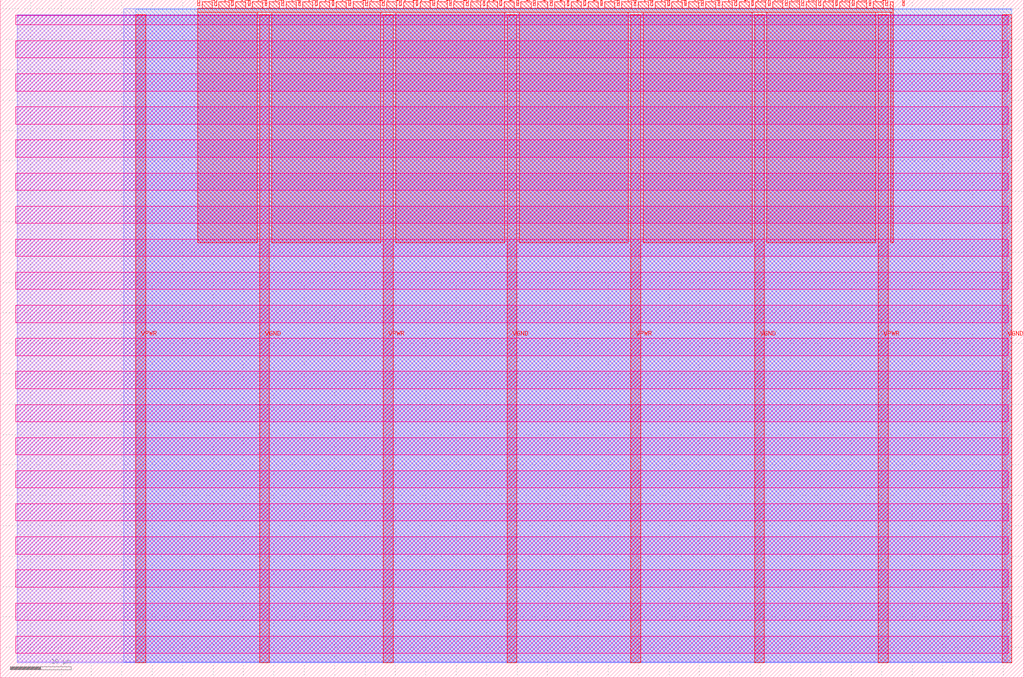
<source format=lef>
VERSION 5.7 ;
  NOWIREEXTENSIONATPIN ON ;
  DIVIDERCHAR "/" ;
  BUSBITCHARS "[]" ;
MACRO tt_um_topModuleKA_dup
  CLASS BLOCK ;
  FOREIGN tt_um_topModuleKA_dup ;
  ORIGIN 0.000 0.000 ;
  SIZE 168.360 BY 111.520 ;
  PIN VGND
    DIRECTION INOUT ;
    USE GROUND ;
    PORT
      LAYER met4 ;
        RECT 42.670 2.480 44.270 109.040 ;
    END
    PORT
      LAYER met4 ;
        RECT 83.380 2.480 84.980 109.040 ;
    END
    PORT
      LAYER met4 ;
        RECT 124.090 2.480 125.690 109.040 ;
    END
    PORT
      LAYER met4 ;
        RECT 164.800 2.480 166.400 109.040 ;
    END
  END VGND
  PIN VPWR
    DIRECTION INOUT ;
    USE POWER ;
    PORT
      LAYER met4 ;
        RECT 22.315 2.480 23.915 109.040 ;
    END
    PORT
      LAYER met4 ;
        RECT 63.025 2.480 64.625 109.040 ;
    END
    PORT
      LAYER met4 ;
        RECT 103.735 2.480 105.335 109.040 ;
    END
    PORT
      LAYER met4 ;
        RECT 144.445 2.480 146.045 109.040 ;
    END
  END VPWR
  PIN clk
    DIRECTION INPUT ;
    USE SIGNAL ;
    ANTENNAGATEAREA 0.852000 ;
    PORT
      LAYER met4 ;
        RECT 145.670 110.520 145.970 111.520 ;
    END
  END clk
  PIN ena
    DIRECTION INPUT ;
    USE SIGNAL ;
    PORT
      LAYER met4 ;
        RECT 148.430 110.520 148.730 111.520 ;
    END
  END ena
  PIN rst_n
    DIRECTION INPUT ;
    USE SIGNAL ;
    ANTENNAGATEAREA 0.196500 ;
    PORT
      LAYER met4 ;
        RECT 142.910 110.520 143.210 111.520 ;
    END
  END rst_n
  PIN ui_in[0]
    DIRECTION INPUT ;
    USE SIGNAL ;
    ANTENNAGATEAREA 0.196500 ;
    PORT
      LAYER met4 ;
        RECT 140.150 110.520 140.450 111.520 ;
    END
  END ui_in[0]
  PIN ui_in[1]
    DIRECTION INPUT ;
    USE SIGNAL ;
    ANTENNAGATEAREA 0.196500 ;
    PORT
      LAYER met4 ;
        RECT 137.390 110.520 137.690 111.520 ;
    END
  END ui_in[1]
  PIN ui_in[2]
    DIRECTION INPUT ;
    USE SIGNAL ;
    ANTENNAGATEAREA 0.196500 ;
    PORT
      LAYER met4 ;
        RECT 134.630 110.520 134.930 111.520 ;
    END
  END ui_in[2]
  PIN ui_in[3]
    DIRECTION INPUT ;
    USE SIGNAL ;
    ANTENNAGATEAREA 0.196500 ;
    PORT
      LAYER met4 ;
        RECT 131.870 110.520 132.170 111.520 ;
    END
  END ui_in[3]
  PIN ui_in[4]
    DIRECTION INPUT ;
    USE SIGNAL ;
    ANTENNAGATEAREA 0.126000 ;
    PORT
      LAYER met4 ;
        RECT 129.110 110.520 129.410 111.520 ;
    END
  END ui_in[4]
  PIN ui_in[5]
    DIRECTION INPUT ;
    USE SIGNAL ;
    ANTENNAGATEAREA 0.213000 ;
    PORT
      LAYER met4 ;
        RECT 126.350 110.520 126.650 111.520 ;
    END
  END ui_in[5]
  PIN ui_in[6]
    DIRECTION INPUT ;
    USE SIGNAL ;
    ANTENNAGATEAREA 0.196500 ;
    PORT
      LAYER met4 ;
        RECT 123.590 110.520 123.890 111.520 ;
    END
  END ui_in[6]
  PIN ui_in[7]
    DIRECTION INPUT ;
    USE SIGNAL ;
    ANTENNAGATEAREA 0.196500 ;
    PORT
      LAYER met4 ;
        RECT 120.830 110.520 121.130 111.520 ;
    END
  END ui_in[7]
  PIN uio_in[0]
    DIRECTION INPUT ;
    USE SIGNAL ;
    PORT
      LAYER met4 ;
        RECT 118.070 110.520 118.370 111.520 ;
    END
  END uio_in[0]
  PIN uio_in[1]
    DIRECTION INPUT ;
    USE SIGNAL ;
    PORT
      LAYER met4 ;
        RECT 115.310 110.520 115.610 111.520 ;
    END
  END uio_in[1]
  PIN uio_in[2]
    DIRECTION INPUT ;
    USE SIGNAL ;
    PORT
      LAYER met4 ;
        RECT 112.550 110.520 112.850 111.520 ;
    END
  END uio_in[2]
  PIN uio_in[3]
    DIRECTION INPUT ;
    USE SIGNAL ;
    PORT
      LAYER met4 ;
        RECT 109.790 110.520 110.090 111.520 ;
    END
  END uio_in[3]
  PIN uio_in[4]
    DIRECTION INPUT ;
    USE SIGNAL ;
    PORT
      LAYER met4 ;
        RECT 107.030 110.520 107.330 111.520 ;
    END
  END uio_in[4]
  PIN uio_in[5]
    DIRECTION INPUT ;
    USE SIGNAL ;
    PORT
      LAYER met4 ;
        RECT 104.270 110.520 104.570 111.520 ;
    END
  END uio_in[5]
  PIN uio_in[6]
    DIRECTION INPUT ;
    USE SIGNAL ;
    PORT
      LAYER met4 ;
        RECT 101.510 110.520 101.810 111.520 ;
    END
  END uio_in[6]
  PIN uio_in[7]
    DIRECTION INPUT ;
    USE SIGNAL ;
    PORT
      LAYER met4 ;
        RECT 98.750 110.520 99.050 111.520 ;
    END
  END uio_in[7]
  PIN uio_oe[0]
    DIRECTION OUTPUT TRISTATE ;
    USE SIGNAL ;
    PORT
      LAYER met4 ;
        RECT 51.830 110.520 52.130 111.520 ;
    END
  END uio_oe[0]
  PIN uio_oe[1]
    DIRECTION OUTPUT TRISTATE ;
    USE SIGNAL ;
    PORT
      LAYER met4 ;
        RECT 49.070 110.520 49.370 111.520 ;
    END
  END uio_oe[1]
  PIN uio_oe[2]
    DIRECTION OUTPUT TRISTATE ;
    USE SIGNAL ;
    PORT
      LAYER met4 ;
        RECT 46.310 110.520 46.610 111.520 ;
    END
  END uio_oe[2]
  PIN uio_oe[3]
    DIRECTION OUTPUT TRISTATE ;
    USE SIGNAL ;
    PORT
      LAYER met4 ;
        RECT 43.550 110.520 43.850 111.520 ;
    END
  END uio_oe[3]
  PIN uio_oe[4]
    DIRECTION OUTPUT TRISTATE ;
    USE SIGNAL ;
    PORT
      LAYER met4 ;
        RECT 40.790 110.520 41.090 111.520 ;
    END
  END uio_oe[4]
  PIN uio_oe[5]
    DIRECTION OUTPUT TRISTATE ;
    USE SIGNAL ;
    PORT
      LAYER met4 ;
        RECT 38.030 110.520 38.330 111.520 ;
    END
  END uio_oe[5]
  PIN uio_oe[6]
    DIRECTION OUTPUT TRISTATE ;
    USE SIGNAL ;
    PORT
      LAYER met4 ;
        RECT 35.270 110.520 35.570 111.520 ;
    END
  END uio_oe[6]
  PIN uio_oe[7]
    DIRECTION OUTPUT TRISTATE ;
    USE SIGNAL ;
    PORT
      LAYER met4 ;
        RECT 32.510 110.520 32.810 111.520 ;
    END
  END uio_oe[7]
  PIN uio_out[0]
    DIRECTION OUTPUT TRISTATE ;
    USE SIGNAL ;
    ANTENNADIFFAREA 0.445500 ;
    PORT
      LAYER met4 ;
        RECT 73.910 110.520 74.210 111.520 ;
    END
  END uio_out[0]
  PIN uio_out[1]
    DIRECTION OUTPUT TRISTATE ;
    USE SIGNAL ;
    ANTENNADIFFAREA 0.795200 ;
    PORT
      LAYER met4 ;
        RECT 71.150 110.520 71.450 111.520 ;
    END
  END uio_out[1]
  PIN uio_out[2]
    DIRECTION OUTPUT TRISTATE ;
    USE SIGNAL ;
    ANTENNADIFFAREA 0.795200 ;
    PORT
      LAYER met4 ;
        RECT 68.390 110.520 68.690 111.520 ;
    END
  END uio_out[2]
  PIN uio_out[3]
    DIRECTION OUTPUT TRISTATE ;
    USE SIGNAL ;
    ANTENNADIFFAREA 0.445500 ;
    PORT
      LAYER met4 ;
        RECT 65.630 110.520 65.930 111.520 ;
    END
  END uio_out[3]
  PIN uio_out[4]
    DIRECTION OUTPUT TRISTATE ;
    USE SIGNAL ;
    ANTENNADIFFAREA 0.445500 ;
    PORT
      LAYER met4 ;
        RECT 62.870 110.520 63.170 111.520 ;
    END
  END uio_out[4]
  PIN uio_out[5]
    DIRECTION OUTPUT TRISTATE ;
    USE SIGNAL ;
    PORT
      LAYER met4 ;
        RECT 60.110 110.520 60.410 111.520 ;
    END
  END uio_out[5]
  PIN uio_out[6]
    DIRECTION OUTPUT TRISTATE ;
    USE SIGNAL ;
    PORT
      LAYER met4 ;
        RECT 57.350 110.520 57.650 111.520 ;
    END
  END uio_out[6]
  PIN uio_out[7]
    DIRECTION OUTPUT TRISTATE ;
    USE SIGNAL ;
    PORT
      LAYER met4 ;
        RECT 54.590 110.520 54.890 111.520 ;
    END
  END uio_out[7]
  PIN uo_out[0]
    DIRECTION OUTPUT TRISTATE ;
    USE SIGNAL ;
    ANTENNADIFFAREA 0.795200 ;
    PORT
      LAYER met4 ;
        RECT 95.990 110.520 96.290 111.520 ;
    END
  END uo_out[0]
  PIN uo_out[1]
    DIRECTION OUTPUT TRISTATE ;
    USE SIGNAL ;
    ANTENNADIFFAREA 0.891000 ;
    PORT
      LAYER met4 ;
        RECT 93.230 110.520 93.530 111.520 ;
    END
  END uo_out[1]
  PIN uo_out[2]
    DIRECTION OUTPUT TRISTATE ;
    USE SIGNAL ;
    ANTENNADIFFAREA 0.891000 ;
    PORT
      LAYER met4 ;
        RECT 90.470 110.520 90.770 111.520 ;
    END
  END uo_out[2]
  PIN uo_out[3]
    DIRECTION OUTPUT TRISTATE ;
    USE SIGNAL ;
    ANTENNADIFFAREA 0.891000 ;
    PORT
      LAYER met4 ;
        RECT 87.710 110.520 88.010 111.520 ;
    END
  END uo_out[3]
  PIN uo_out[4]
    DIRECTION OUTPUT TRISTATE ;
    USE SIGNAL ;
    ANTENNADIFFAREA 0.891000 ;
    PORT
      LAYER met4 ;
        RECT 84.950 110.520 85.250 111.520 ;
    END
  END uo_out[4]
  PIN uo_out[5]
    DIRECTION OUTPUT TRISTATE ;
    USE SIGNAL ;
    ANTENNADIFFAREA 0.891000 ;
    PORT
      LAYER met4 ;
        RECT 82.190 110.520 82.490 111.520 ;
    END
  END uo_out[5]
  PIN uo_out[6]
    DIRECTION OUTPUT TRISTATE ;
    USE SIGNAL ;
    ANTENNADIFFAREA 0.795200 ;
    PORT
      LAYER met4 ;
        RECT 79.430 110.520 79.730 111.520 ;
    END
  END uo_out[6]
  PIN uo_out[7]
    DIRECTION OUTPUT TRISTATE ;
    USE SIGNAL ;
    ANTENNADIFFAREA 0.445500 ;
    PORT
      LAYER met4 ;
        RECT 76.670 110.520 76.970 111.520 ;
    END
  END uo_out[7]
  OBS
      LAYER nwell ;
        RECT 2.570 107.385 165.790 108.990 ;
        RECT 2.570 101.945 165.790 104.775 ;
        RECT 2.570 96.505 165.790 99.335 ;
        RECT 2.570 91.065 165.790 93.895 ;
        RECT 2.570 85.625 165.790 88.455 ;
        RECT 2.570 80.185 165.790 83.015 ;
        RECT 2.570 74.745 165.790 77.575 ;
        RECT 2.570 69.305 165.790 72.135 ;
        RECT 2.570 63.865 165.790 66.695 ;
        RECT 2.570 58.425 165.790 61.255 ;
        RECT 2.570 52.985 165.790 55.815 ;
        RECT 2.570 47.545 165.790 50.375 ;
        RECT 2.570 42.105 165.790 44.935 ;
        RECT 2.570 36.665 165.790 39.495 ;
        RECT 2.570 31.225 165.790 34.055 ;
        RECT 2.570 25.785 165.790 28.615 ;
        RECT 2.570 20.345 165.790 23.175 ;
        RECT 2.570 14.905 165.790 17.735 ;
        RECT 2.570 9.465 165.790 12.295 ;
        RECT 2.570 4.025 165.790 6.855 ;
      LAYER li1 ;
        RECT 2.760 2.635 165.600 108.885 ;
      LAYER met1 ;
        RECT 2.760 2.480 166.400 109.040 ;
      LAYER met2 ;
        RECT 20.340 2.535 166.370 110.005 ;
      LAYER met3 ;
        RECT 22.325 2.555 166.390 109.985 ;
      LAYER met4 ;
        RECT 33.210 110.120 34.870 111.170 ;
        RECT 35.970 110.120 37.630 111.170 ;
        RECT 38.730 110.120 40.390 111.170 ;
        RECT 41.490 110.120 43.150 111.170 ;
        RECT 44.250 110.120 45.910 111.170 ;
        RECT 47.010 110.120 48.670 111.170 ;
        RECT 49.770 110.120 51.430 111.170 ;
        RECT 52.530 110.120 54.190 111.170 ;
        RECT 55.290 110.120 56.950 111.170 ;
        RECT 58.050 110.120 59.710 111.170 ;
        RECT 60.810 110.120 62.470 111.170 ;
        RECT 63.570 110.120 65.230 111.170 ;
        RECT 66.330 110.120 67.990 111.170 ;
        RECT 69.090 110.120 70.750 111.170 ;
        RECT 71.850 110.120 73.510 111.170 ;
        RECT 74.610 110.120 76.270 111.170 ;
        RECT 77.370 110.120 79.030 111.170 ;
        RECT 80.130 110.120 81.790 111.170 ;
        RECT 82.890 110.120 84.550 111.170 ;
        RECT 85.650 110.120 87.310 111.170 ;
        RECT 88.410 110.120 90.070 111.170 ;
        RECT 91.170 110.120 92.830 111.170 ;
        RECT 93.930 110.120 95.590 111.170 ;
        RECT 96.690 110.120 98.350 111.170 ;
        RECT 99.450 110.120 101.110 111.170 ;
        RECT 102.210 110.120 103.870 111.170 ;
        RECT 104.970 110.120 106.630 111.170 ;
        RECT 107.730 110.120 109.390 111.170 ;
        RECT 110.490 110.120 112.150 111.170 ;
        RECT 113.250 110.120 114.910 111.170 ;
        RECT 116.010 110.120 117.670 111.170 ;
        RECT 118.770 110.120 120.430 111.170 ;
        RECT 121.530 110.120 123.190 111.170 ;
        RECT 124.290 110.120 125.950 111.170 ;
        RECT 127.050 110.120 128.710 111.170 ;
        RECT 129.810 110.120 131.470 111.170 ;
        RECT 132.570 110.120 134.230 111.170 ;
        RECT 135.330 110.120 136.990 111.170 ;
        RECT 138.090 110.120 139.750 111.170 ;
        RECT 140.850 110.120 142.510 111.170 ;
        RECT 143.610 110.120 145.270 111.170 ;
        RECT 146.370 110.120 146.905 111.170 ;
        RECT 32.495 109.440 146.905 110.120 ;
        RECT 32.495 71.575 42.270 109.440 ;
        RECT 44.670 71.575 62.625 109.440 ;
        RECT 65.025 71.575 82.980 109.440 ;
        RECT 85.380 71.575 103.335 109.440 ;
        RECT 105.735 71.575 123.690 109.440 ;
        RECT 126.090 71.575 144.045 109.440 ;
        RECT 146.445 71.575 146.905 109.440 ;
  END
END tt_um_topModuleKA_dup
END LIBRARY


</source>
